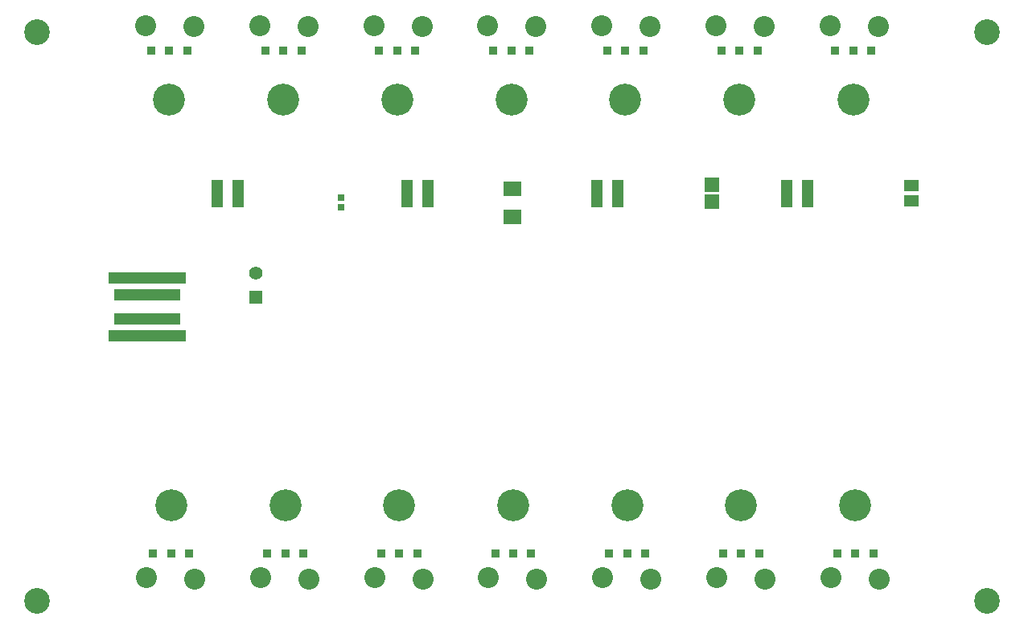
<source format=gbs>
G04*
G04 #@! TF.GenerationSoftware,Altium Limited,Altium Designer,21.1.1 (26)*
G04*
G04 Layer_Color=16711935*
%FSLAX25Y25*%
%MOIN*%
G70*
G04*
G04 #@! TF.SameCoordinates,9566E8A9-A93A-4A59-9488-A4E323ADFB2D*
G04*
G04*
G04 #@! TF.FilePolarity,Negative*
G04*
G01*
G75*
%ADD15C,0.08674*%
%ADD16R,0.03556X0.03556*%
%ADD17C,0.13202*%
%ADD18R,0.05524X0.05524*%
%ADD19C,0.05524*%
%ADD20C,0.10642*%
%ADD28R,0.07316X0.05928*%
%ADD32R,0.06127X0.05924*%
%ADD35R,0.27600X0.04900*%
%ADD36R,0.02769X0.02769*%
%ADD37R,0.02847X0.03005*%
%ADD38R,0.06115X0.04737*%
%ADD39R,0.04737X0.11430*%
%ADD40R,0.32300X0.05100*%
D15*
X183071Y147480D02*
D03*
X203071Y146949D02*
D03*
X250315D02*
D03*
X230315Y147480D02*
D03*
X277559D02*
D03*
X297559Y146949D02*
D03*
X324803Y147480D02*
D03*
X344803Y146949D02*
D03*
X372047Y147480D02*
D03*
X392047Y146949D02*
D03*
X419291Y147480D02*
D03*
X439291Y146949D02*
D03*
X466535Y147480D02*
D03*
X486535Y146949D02*
D03*
X202756Y376142D02*
D03*
X182756Y376673D02*
D03*
X250000Y376142D02*
D03*
X230000Y376673D02*
D03*
X297244Y376142D02*
D03*
X277244Y376673D02*
D03*
X344488Y376142D02*
D03*
X324488Y376673D02*
D03*
X371732D02*
D03*
X391732Y376142D02*
D03*
X418976Y376673D02*
D03*
X438976Y376142D02*
D03*
X466221Y376673D02*
D03*
X486221Y376142D02*
D03*
D16*
X200787Y157480D02*
D03*
X193307D02*
D03*
X185827D02*
D03*
X233071D02*
D03*
X240551D02*
D03*
X248031D02*
D03*
X295276D02*
D03*
X287795D02*
D03*
X280315D02*
D03*
X342520D02*
D03*
X335039D02*
D03*
X327559D02*
D03*
X389764D02*
D03*
X382283D02*
D03*
X374803D02*
D03*
X437008D02*
D03*
X429528D02*
D03*
X422047D02*
D03*
X484252D02*
D03*
X476772D02*
D03*
X469291D02*
D03*
X185039Y366142D02*
D03*
X192520D02*
D03*
X200000D02*
D03*
X232283D02*
D03*
X239764D02*
D03*
X247244D02*
D03*
X279528D02*
D03*
X287008D02*
D03*
X294488D02*
D03*
X326772D02*
D03*
X334252D02*
D03*
X341732D02*
D03*
X388976D02*
D03*
X381496D02*
D03*
X374016D02*
D03*
X436221D02*
D03*
X428740D02*
D03*
X421260D02*
D03*
X483465D02*
D03*
X475984D02*
D03*
X468504D02*
D03*
D17*
X193307Y177559D02*
D03*
X240551D02*
D03*
X287795D02*
D03*
X335039D02*
D03*
X382283D02*
D03*
X429528D02*
D03*
X476772D02*
D03*
X192520Y346063D02*
D03*
X239764D02*
D03*
X287008D02*
D03*
X334252D02*
D03*
X381496D02*
D03*
X428740D02*
D03*
X475984D02*
D03*
D18*
X228346Y263779D02*
D03*
D19*
Y273780D02*
D03*
D20*
X137795Y137795D02*
D03*
X531496D02*
D03*
Y374016D02*
D03*
X137795D02*
D03*
D28*
X334646Y297338D02*
D03*
Y308962D02*
D03*
D32*
X417323Y303540D02*
D03*
Y310633D02*
D03*
D35*
X183503Y264764D02*
D03*
Y254921D02*
D03*
D36*
X263779Y301181D02*
D03*
D37*
Y305118D02*
D03*
D38*
X500000Y310236D02*
D03*
Y303937D02*
D03*
D39*
X457087Y307087D02*
D03*
X448425D02*
D03*
X378346D02*
D03*
X369685D02*
D03*
X299606D02*
D03*
X290945D02*
D03*
X220866D02*
D03*
X212205D02*
D03*
D40*
X183503Y247815D02*
D03*
Y271870D02*
D03*
M02*

</source>
